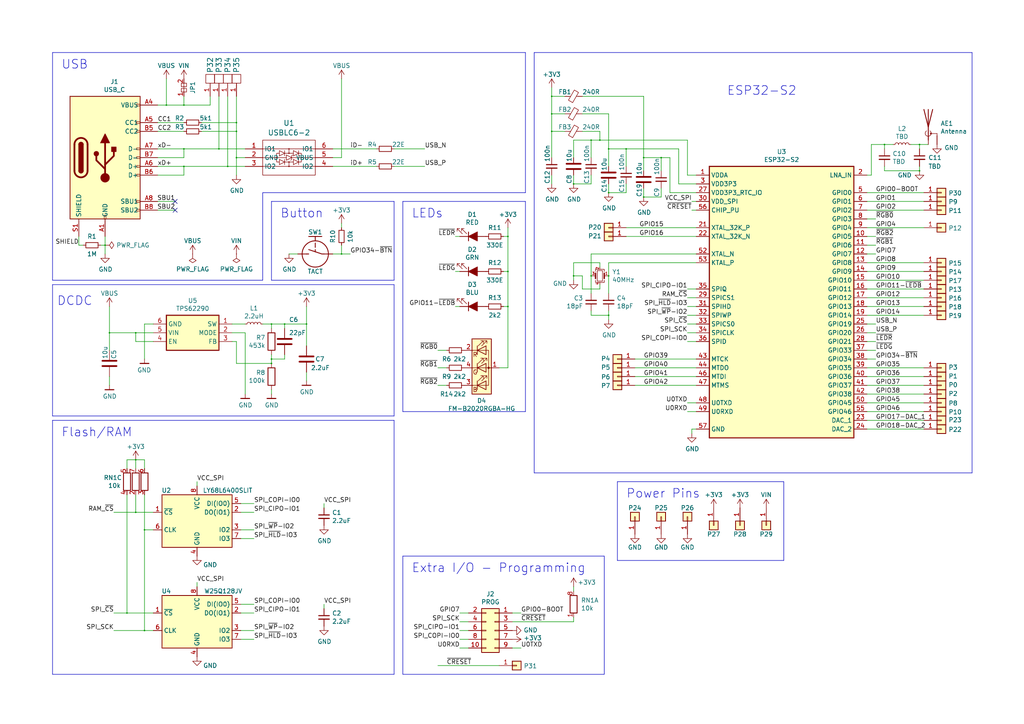
<source format=kicad_sch>
(kicad_sch (version 20230121) (generator eeschema)
  (paper "A4")
  (title_block (title "Obsidian Boa") (date "2020-10-31") (rev "r0.1") (company "GsD") (comment 1 "Inspired by 1BitSquared iceBitsy design") (comment 3 "© 2020 Greg Davill <greg.davill@gmail.com>") (comment 4 "License: CC BY-SA 4.0"))
  (junction (at 160.02 27.94) (diameter 0.3048))
  (junction (at 99.06 73.66) (diameter 0.3048))
  (junction (at 53.34 30.48) (diameter 0.3048))
  (junction (at 36.83 177.8) (diameter 0.3048))
  (junction (at 186.69 57.15) (diameter 0.3048))
  (junction (at 48.26 30.48) (diameter 0.3048))
  (junction (at 176.53 43.18) (diameter 0.3048))
  (junction (at 53.34 48.26) (diameter 0.3048))
  (junction (at 147.32 68.58) (diameter 0.3048))
  (junction (at 30.48 71.12) (diameter 0.3048))
  (junction (at 78.74 104.14) (diameter 0.3048))
  (junction (at 39.37 148.59) (diameter 0.3048))
  (junction (at 176.53 91.44) (diameter 0.3048))
  (junction (at 147.32 78.74) (diameter 0.3048))
  (junction (at 66.04 48.26) (diameter 0.3048))
  (junction (at 266.7 49.53) (diameter 0.3048))
  (junction (at 68.58 38.1) (diameter 0.3048))
  (junction (at 41.91 182.88) (diameter 0.3048))
  (junction (at 31.75 96.52) (diameter 0.3048))
  (junction (at 186.69 45.72) (diameter 0.3048))
  (junction (at 176.53 80.01) (diameter 0.3048))
  (junction (at 171.45 80.01) (diameter 0.3048))
  (junction (at 78.74 105.41) (diameter 0.3048))
  (junction (at 88.9 93.98) (diameter 0.3048))
  (junction (at 181.61 43.18) (diameter 0.3048))
  (junction (at 147.32 88.9) (diameter 0.3048))
  (junction (at 266.7 41.91) (diameter 0.3048))
  (junction (at 53.34 43.18) (diameter 0.3048))
  (junction (at 176.53 55.88) (diameter 0.3048))
  (junction (at 82.55 93.98) (diameter 0.3048))
  (junction (at 68.58 45.72) (diameter 0.3048))
  (junction (at 160.02 38.1) (diameter 0.3048))
  (junction (at 171.45 40.64) (diameter 0.3048))
  (junction (at 78.74 93.98) (diameter 0.3048))
  (junction (at 41.91 153.67) (diameter 0.3048))
  (junction (at 256.54 41.91) (diameter 0.3048))
  (junction (at 173.99 40.64) (diameter 0.3048))
  (junction (at 39.37 96.52) (diameter 0.3048))
  (junction (at 166.37 53.34) (diameter 0.3048))
  (junction (at 166.37 80.01) (diameter 0.3048))
  (junction (at 160.02 33.02) (diameter 0.3048))
  (junction (at 39.37 133.35) (diameter 0.3048))
  (junction (at 63.5 43.18) (diameter 0.3048))
  (junction (at 191.77 45.72) (diameter 0.3048))
  (junction (at 68.58 35.56) (diameter 0.3048))
  (no_connect (at 50.8 60.96))
  (no_connect (at 50.8 58.42))
  (wire (pts (xy 168.91 38.1) (xy 173.99 38.1)))
  (wire (pts (xy 76.2 93.98) (xy 78.74 93.98)))
  (wire (pts (xy 251.46 60.96) (xy 267.97 60.96)))
  (wire (pts (xy 96.52 48.26) (xy 109.22 48.26)))
  (wire (pts (xy 71.12 96.52) (xy 71.12 114.3)))
  (wire (pts (xy 41.91 182.88) (xy 44.45 182.88)))
  (wire (pts (xy 251.46 76.2) (xy 267.97 76.2)))
  (wire (pts (xy 88.9 107.95) (xy 88.9 110.49)))
  (wire (pts (xy 67.31 96.52) (xy 71.12 96.52)))
  (wire (pts (xy 45.72 43.18) (xy 53.34 43.18)))
  (wire (pts (xy 135.89 177.8) (xy 133.35 177.8)))
  (wire (pts (xy 194.31 55.88) (xy 194.31 45.72)))
  (wire (pts (xy 99.06 73.66) (xy 101.6 73.66)))
  (wire (pts (xy 251.46 93.98) (xy 254 93.98)))
  (wire (pts (xy 133.35 68.58) (xy 132.08 68.58)))
  (wire (pts (xy 251.46 121.92) (xy 267.97 121.92)))
  (wire (pts (xy 133.35 187.96) (xy 135.89 187.96)))
  (wire (pts (xy 31.75 109.22) (xy 31.75 111.76)))
  (wire (pts (xy 254 71.12) (xy 251.46 71.12)))
  (wire (pts (xy 264.16 41.91) (xy 266.7 41.91)))
  (wire (pts (xy 41.91 93.98) (xy 44.45 93.98)))
  (wire (pts (xy 200.66 60.96) (xy 201.93 60.96)))
  (wire (pts (xy 181.61 66.04) (xy 201.93 66.04)))
  (wire (pts (xy 199.39 40.64) (xy 173.99 40.64)))
  (wire (pts (xy 88.9 93.98) (xy 88.9 100.33)))
  (wire (pts (xy 44.45 153.67) (xy 41.91 153.67)))
  (wire (pts (xy 201.93 50.8) (xy 199.39 50.8)))
  (wire (pts (xy 33.02 177.8) (xy 36.83 177.8)))
  (wire (pts (xy 45.72 60.96) (xy 50.8 60.96)))
  (wire (pts (xy 251.46 109.22) (xy 267.97 109.22)))
  (wire (pts (xy 41.91 153.67) (xy 41.91 182.88)))
  (wire (pts (xy 266.7 41.91) (xy 269.24 41.91)))
  (wire (pts (xy 254 73.66) (xy 251.46 73.66)))
  (wire (pts (xy 93.98 146.05) (xy 93.98 147.32)))
  (wire (pts (xy 146.05 78.74) (xy 147.32 78.74)))
  (wire (pts (xy 69.85 182.88) (xy 73.66 182.88)))
  (wire (pts (xy 181.61 53.34) (xy 181.61 55.88)))
  (polyline (pts (xy 114.3 120.65) (xy 15.24 120.65)) (stroke (width 0) (type solid)))
  (wire (pts (xy 60.96 27.94) (xy 60.96 30.48)))
  (wire (pts (xy 96.52 43.18) (xy 109.22 43.18)))
  (polyline (pts (xy 154.94 15.24) (xy 281.94 15.24)) (stroke (width 0) (type solid)))
  (wire (pts (xy 82.55 93.98) (xy 82.55 95.25)))
  (polyline (pts (xy 175.26 195.58) (xy 175.26 161.29)) (stroke (width 0) (type solid)))
  (wire (pts (xy 201.93 111.76) (xy 184.15 111.76)))
  (wire (pts (xy 135.89 180.34) (xy 133.35 180.34)))
  (wire (pts (xy 39.37 133.35) (xy 39.37 135.89)))
  (wire (pts (xy 96.52 45.72) (xy 99.06 45.72)))
  (wire (pts (xy 30.48 71.12) (xy 30.48 68.58)))
  (wire (pts (xy 160.02 33.02) (xy 163.83 33.02)))
  (wire (pts (xy 171.45 91.44) (xy 176.53 91.44)))
  (wire (pts (xy 251.46 114.3) (xy 267.97 114.3)))
  (wire (pts (xy 82.55 93.98) (xy 88.9 93.98)))
  (wire (pts (xy 63.5 27.94) (xy 63.5 43.18)))
  (wire (pts (xy 201.93 88.9) (xy 199.39 88.9)))
  (wire (pts (xy 148.59 180.34) (xy 166.37 180.34)))
  (wire (pts (xy 171.45 50.8) (xy 171.45 53.34)))
  (wire (pts (xy 201.93 83.82) (xy 199.39 83.82)))
  (wire (pts (xy 201.93 119.38) (xy 199.39 119.38)))
  (wire (pts (xy 146.05 88.9) (xy 147.32 88.9)))
  (wire (pts (xy 71.12 45.72) (xy 68.58 45.72)))
  (wire (pts (xy 99.06 73.66) (xy 99.06 71.12)))
  (wire (pts (xy 160.02 27.94) (xy 163.83 27.94)))
  (wire (pts (xy 68.58 38.1) (xy 68.58 45.72)))
  (wire (pts (xy 41.91 93.98) (xy 41.91 104.14)))
  (wire (pts (xy 78.74 113.03) (xy 78.74 114.3)))
  (wire (pts (xy 58.42 38.1) (xy 68.58 38.1)))
  (wire (pts (xy 201.93 96.52) (xy 199.39 96.52)))
  (wire (pts (xy 251.46 106.68) (xy 267.97 106.68)))
  (wire (pts (xy 22.86 71.12) (xy 24.13 71.12)))
  (polyline (pts (xy 76.2 81.28) (xy 15.24 81.28)) (stroke (width 0) (type solid)))
  (wire (pts (xy 200.66 125.73) (xy 200.66 124.46)))
  (wire (pts (xy 86.36 73.66) (xy 83.82 73.66)))
  (wire (pts (xy 69.85 177.8) (xy 73.66 177.8)))
  (wire (pts (xy 181.61 43.18) (xy 181.61 48.26)))
  (wire (pts (xy 45.72 48.26) (xy 53.34 48.26)))
  (wire (pts (xy 127 111.76) (xy 129.54 111.76)))
  (wire (pts (xy 39.37 99.06) (xy 39.37 96.52)))
  (wire (pts (xy 194.31 45.72) (xy 191.77 45.72)))
  (wire (pts (xy 69.85 156.21) (xy 73.66 156.21)))
  (wire (pts (xy 147.32 106.68) (xy 147.32 88.9)))
  (wire (pts (xy 82.55 102.87) (xy 82.55 104.14)))
  (wire (pts (xy 99.06 64.77) (xy 99.06 66.04)))
  (wire (pts (xy 251.46 88.9) (xy 267.97 88.9)))
  (wire (pts (xy 251.46 116.84) (xy 267.97 116.84)))
  (wire (pts (xy 251.46 66.04) (xy 267.97 66.04)))
  (wire (pts (xy 127 193.04) (xy 144.78 193.04)))
  (polyline (pts (xy 154.94 137.16) (xy 154.94 15.24)) (stroke (width 0) (type solid)))
  (wire (pts (xy 48.26 30.48) (xy 48.26 22.86)))
  (wire (pts (xy 251.46 99.06) (xy 254 99.06)))
  (wire (pts (xy 93.98 175.26) (xy 93.98 176.53)))
  (wire (pts (xy 39.37 133.35) (xy 41.91 133.35)))
  (wire (pts (xy 186.69 49.53) (xy 186.69 45.72)))
  (polyline (pts (xy 175.26 161.29) (xy 116.84 161.29)) (stroke (width 0) (type solid)))
  (wire (pts (xy 57.15 139.7) (xy 57.15 140.97)))
  (wire (pts (xy 53.34 43.18) (xy 63.5 43.18)))
  (polyline (pts (xy 15.24 81.28) (xy 15.24 15.24)) (stroke (width 0) (type solid)))
  (wire (pts (xy 160.02 33.02) (xy 160.02 38.1)))
  (wire (pts (xy 29.21 71.12) (xy 30.48 71.12)))
  (polyline (pts (xy 179.07 139.7) (xy 227.33 139.7)) (stroke (width 0) (type solid)))
  (wire (pts (xy 53.34 50.8) (xy 53.34 48.26)))
  (wire (pts (xy 168.91 27.94) (xy 186.69 27.94)))
  (wire (pts (xy 251.46 111.76) (xy 267.97 111.76)))
  (polyline (pts (xy 152.4 119.38) (xy 116.84 119.38)) (stroke (width 0) (type solid)))
  (wire (pts (xy 251.46 104.14) (xy 254 104.14)))
  (wire (pts (xy 171.45 85.09) (xy 171.45 80.01)))
  (polyline (pts (xy 15.24 121.92) (xy 114.3 121.92)) (stroke (width 0) (type solid)))
  (wire (pts (xy 196.85 53.34) (xy 201.93 53.34)))
  (polyline (pts (xy 175.26 195.58) (xy 116.84 195.58)) (stroke (width 0) (type solid)))
  (wire (pts (xy 251.46 55.88) (xy 267.97 55.88)))
  (wire (pts (xy 39.37 96.52) (xy 44.45 96.52)))
  (polyline (pts (xy 15.24 195.58) (xy 15.24 121.92)) (stroke (width 0) (type solid)))
  (wire (pts (xy 63.5 43.18) (xy 71.12 43.18)))
  (wire (pts (xy 69.85 153.67) (xy 73.66 153.67)))
  (wire (pts (xy 45.72 45.72) (xy 53.34 45.72)))
  (wire (pts (xy 173.99 76.2) (xy 173.99 77.47)))
  (wire (pts (xy 256.54 49.53) (xy 266.7 49.53)))
  (wire (pts (xy 252.73 41.91) (xy 256.54 41.91)))
  (wire (pts (xy 168.91 80.01) (xy 166.37 80.01)))
  (wire (pts (xy 251.46 83.82) (xy 267.97 83.82)))
  (wire (pts (xy 266.7 48.26) (xy 266.7 49.53)))
  (wire (pts (xy 53.34 45.72) (xy 53.34 43.18)))
  (polyline (pts (xy 281.94 15.24) (xy 281.94 137.16)) (stroke (width 0) (type solid)))
  (wire (pts (xy 78.74 93.98) (xy 82.55 93.98)))
  (wire (pts (xy 173.99 38.1) (xy 173.99 40.64)))
  (wire (pts (xy 68.58 105.41) (xy 68.58 99.06)))
  (wire (pts (xy 173.99 82.55) (xy 173.99 83.82)))
  (wire (pts (xy 166.37 170.18) (xy 166.37 171.45)))
  (wire (pts (xy 176.53 76.2) (xy 176.53 80.01)))
  (wire (pts (xy 251.46 58.42) (xy 267.97 58.42)))
  (polyline (pts (xy 114.3 81.28) (xy 78.74 81.28)) (stroke (width 0) (type solid)))
  (wire (pts (xy 69.85 175.26) (xy 73.66 175.26)))
  (wire (pts (xy 78.74 104.14) (xy 82.55 104.14)))
  (wire (pts (xy 251.46 81.28) (xy 267.97 81.28)))
  (wire (pts (xy 148.59 187.96) (xy 151.13 187.96)))
  (wire (pts (xy 114.3 48.26) (xy 123.19 48.26)))
  (wire (pts (xy 176.53 53.34) (xy 176.53 55.88)))
  (polyline (pts (xy 116.84 58.42) (xy 116.84 119.38)) (stroke (width 0) (type solid)))
  (wire (pts (xy 60.96 30.48) (xy 53.34 30.48)))
  (wire (pts (xy 31.75 101.6) (xy 31.75 96.52)))
  (wire (pts (xy 256.54 48.26) (xy 256.54 49.53)))
  (wire (pts (xy 251.46 78.74) (xy 267.97 78.74)))
  (wire (pts (xy 96.52 73.66) (xy 99.06 73.66)))
  (wire (pts (xy 66.04 48.26) (xy 71.12 48.26)))
  (wire (pts (xy 147.32 88.9) (xy 147.32 78.74)))
  (wire (pts (xy 69.85 146.05) (xy 73.66 146.05)))
  (wire (pts (xy 171.45 80.01) (xy 171.45 73.66)))
  (wire (pts (xy 31.75 96.52) (xy 39.37 96.52)))
  (wire (pts (xy 127 106.68) (xy 129.54 106.68)))
  (wire (pts (xy 36.83 143.51) (xy 36.83 177.8)))
  (wire (pts (xy 176.53 48.26) (xy 176.53 43.18)))
  (wire (pts (xy 201.93 86.36) (xy 199.39 86.36)))
  (wire (pts (xy 176.53 91.44) (xy 176.53 90.17)))
  (wire (pts (xy 68.58 35.56) (xy 68.58 38.1)))
  (wire (pts (xy 68.58 45.72) (xy 68.58 50.8)))
  (wire (pts (xy 166.37 80.01) (xy 166.37 76.2)))
  (wire (pts (xy 171.45 40.64) (xy 173.99 40.64)))
  (wire (pts (xy 127 101.6) (xy 129.54 101.6)))
  (polyline (pts (xy 152.4 15.24) (xy 152.4 55.88)) (stroke (width 0) (type solid)))
  (wire (pts (xy 39.37 143.51) (xy 39.37 148.59)))
  (polyline (pts (xy 152.4 55.88) (xy 76.2 55.88)) (stroke (width 0) (type solid)))
  (wire (pts (xy 45.72 58.42) (xy 50.8 58.42)))
  (wire (pts (xy 67.31 93.98) (xy 71.12 93.98)))
  (polyline (pts (xy 114.3 82.55) (xy 15.24 82.55)) (stroke (width 0) (type solid)))
  (wire (pts (xy 166.37 81.28) (xy 166.37 80.01)))
  (wire (pts (xy 58.42 35.56) (xy 68.58 35.56)))
  (wire (pts (xy 160.02 25.4) (xy 160.02 27.94)))
  (wire (pts (xy 45.72 30.48) (xy 48.26 30.48)))
  (wire (pts (xy 30.48 71.12) (xy 30.48 73.66)))
  (wire (pts (xy 39.37 148.59) (xy 44.45 148.59)))
  (wire (pts (xy 166.37 40.64) (xy 171.45 40.64)))
  (wire (pts (xy 132.08 88.9) (xy 133.35 88.9)))
  (wire (pts (xy 146.05 68.58) (xy 147.32 68.58)))
  (wire (pts (xy 251.46 101.6) (xy 254 101.6)))
  (wire (pts (xy 199.39 50.8) (xy 199.39 40.64)))
  (wire (pts (xy 171.45 40.64) (xy 171.45 45.72)))
  (wire (pts (xy 166.37 50.8) (xy 166.37 53.34)))
  (wire (pts (xy 166.37 45.72) (xy 166.37 40.64)))
  (wire (pts (xy 256.54 41.91) (xy 259.08 41.91)))
  (wire (pts (xy 166.37 76.2) (xy 173.99 76.2)))
  (wire (pts (xy 78.74 93.98) (xy 78.74 95.25)))
  (wire (pts (xy 160.02 53.34) (xy 160.02 50.8)))
  (wire (pts (xy 22.86 68.58) (xy 22.86 71.12)))
  (wire (pts (xy 251.46 50.8) (xy 252.73 50.8)))
  (wire (pts (xy 171.45 90.17) (xy 171.45 91.44)))
  (wire (pts (xy 176.53 76.2) (xy 201.93 76.2)))
  (wire (pts (xy 171.45 73.66) (xy 201.93 73.66)))
  (wire (pts (xy 36.83 177.8) (xy 44.45 177.8)))
  (wire (pts (xy 45.72 38.1) (xy 53.34 38.1)))
  (wire (pts (xy 31.75 88.9) (xy 31.75 96.52)))
  (wire (pts (xy 201.93 93.98) (xy 199.39 93.98)))
  (wire (pts (xy 41.91 143.51) (xy 41.91 153.67)))
  (wire (pts (xy 33.02 182.88) (xy 41.91 182.88)))
  (wire (pts (xy 196.85 43.18) (xy 181.61 43.18)))
  (wire (pts (xy 144.78 106.68) (xy 147.32 106.68)))
  (wire (pts (xy 251.46 119.38) (xy 267.97 119.38)))
  (wire (pts (xy 166.37 180.34) (xy 166.37 179.07)))
  (wire (pts (xy 251.46 91.44) (xy 267.97 91.44)))
  (wire (pts (xy 36.83 133.35) (xy 36.83 135.89)))
  (wire (pts (xy 48.26 30.48) (xy 53.34 30.48)))
  (wire (pts (xy 133.35 78.74) (xy 132.08 78.74)))
  (wire (pts (xy 39.37 133.35) (xy 36.83 133.35)))
  (wire (pts (xy 252.73 50.8) (xy 252.73 41.91)))
  (wire (pts (xy 57.15 168.91) (xy 57.15 170.18)))
  (wire (pts (xy 254 68.58) (xy 251.46 68.58)))
  (wire (pts (xy 45.72 35.56) (xy 53.34 35.56)))
  (wire (pts (xy 176.53 43.18) (xy 181.61 43.18)))
  (wire (pts (xy 266.7 41.91) (xy 266.7 43.18)))
  (polyline (pts (xy 114.3 81.28) (xy 114.3 58.42)) (stroke (width 0) (type solid)))
  (wire (pts (xy 186.69 57.15) (xy 191.77 57.15)))
  (wire (pts (xy 191.77 45.72) (xy 191.77 49.53)))
  (wire (pts (xy 160.02 38.1) (xy 163.83 38.1)))
  (wire (pts (xy 201.93 91.44) (xy 199.39 91.44)))
  (wire (pts (xy 176.53 55.88) (xy 181.61 55.88)))
  (wire (pts (xy 176.53 91.44) (xy 176.53 92.71)))
  (wire (pts (xy 69.85 148.59) (xy 73.66 148.59)))
  (wire (pts (xy 201.93 55.88) (xy 194.31 55.88)))
  (wire (pts (xy 45.72 50.8) (xy 53.34 50.8)))
  (wire (pts (xy 173.99 83.82) (xy 168.91 83.82)))
  (wire (pts (xy 168.91 33.02) (xy 176.53 33.02)))
  (polyline (pts (xy 152.4 58.42) (xy 116.84 58.42)) (stroke (width 0) (type solid)))
  (wire (pts (xy 53.34 27.94) (xy 53.34 30.48)))
  (wire (pts (xy 69.85 185.42) (xy 73.66 185.42)))
  (polyline (pts (xy 152.4 58.42) (xy 152.4 119.38)) (stroke (width 0) (type solid)))
  (wire (pts (xy 181.61 68.58) (xy 201.93 68.58)))
  (wire (pts (xy 44.45 99.06) (xy 39.37 99.06)))
  (wire (pts (xy 251.46 96.52) (xy 254 96.52)))
  (wire (pts (xy 133.35 182.88) (xy 135.89 182.88)))
  (wire (pts (xy 160.02 38.1) (xy 160.02 45.72)))
  (wire (pts (xy 33.02 148.59) (xy 39.37 148.59)))
  (wire (pts (xy 114.3 43.18) (xy 123.19 43.18)))
  (polyline (pts (xy 76.2 55.88) (xy 76.2 81.28)) (stroke (width 0) (type solid)))
  (wire (pts (xy 201.93 99.06) (xy 199.39 99.06)))
  (wire (pts (xy 160.02 27.94) (xy 160.02 33.02)))
  (polyline (pts (xy 15.24 15.24) (xy 152.4 15.24)) (stroke (width 0) (type solid)))
  (polyline (pts (xy 227.33 162.56) (xy 179.07 162.56)) (stroke (width 0) (type solid)))
  (wire (pts (xy 68.58 27.94) (xy 68.58 35.56)))
  (wire (pts (xy 41.91 133.35) (xy 41.91 135.89)))
  (polyline (pts (xy 116.84 195.58) (xy 116.84 161.29)) (stroke (width 0) (type solid)))
  (polyline (pts (xy 78.74 81.28) (xy 78.74 58.42)) (stroke (width 0) (type solid)))
  (wire (pts (xy 200.66 124.46) (xy 201.93 124.46)))
  (wire (pts (xy 78.74 104.14) (xy 78.74 105.41)))
  (polyline (pts (xy 114.3 195.58) (xy 15.24 195.58)) (stroke (width 0) (type solid)))
  (wire (pts (xy 53.34 48.26) (xy 66.04 48.26)))
  (wire (pts (xy 186.69 54.61) (xy 186.69 57.15)))
  (wire (pts (xy 99.06 45.72) (xy 99.06 22.86)))
  (wire (pts (xy 148.59 177.8) (xy 151.13 177.8)))
  (polyline (pts (xy 227.33 139.7) (xy 227.33 162.56)) (stroke (width 0) (type solid)))
  (polyline (pts (xy 114.3 58.42) (xy 78.74 58.42)) (stroke (width 0) (type solid)))
  (wire (pts (xy 196.85 53.34) (xy 196.85 43.18)))
  (wire (pts (xy 176.53 33.02) (xy 176.53 43.18)))
  (wire (pts (xy 168.91 83.82) (xy 168.91 80.01)))
  (wire (pts (xy 147.32 78.74) (xy 147.32 68.58)))
  (polyline (pts (xy 15.24 82.55) (xy 15.24 120.65)) (stroke (width 0) (type solid)))
  (wire (pts (xy 201.93 104.14) (xy 184.15 104.14)))
  (polyline (pts (xy 114.3 82.55) (xy 114.3 120.65)) (stroke (width 0) (type solid)))
  (polyline (pts (xy 281.94 137.16) (xy 154.94 137.16)) (stroke (width 0) (type solid)))
  (wire (pts (xy 251.46 124.46) (xy 267.97 124.46)))
  (polyline (pts (xy 179.07 162.56) (xy 179.07 139.7)) (stroke (width 0) (type solid)))
  (wire (pts (xy 176.53 85.09) (xy 176.53 80.01)))
  (wire (pts (xy 78.74 105.41) (xy 68.58 105.41)))
  (wire (pts (xy 201.93 116.84) (xy 199.39 116.84)))
  (wire (pts (xy 254 63.5) (xy 251.46 63.5)))
  (wire (pts (xy 66.04 27.94) (xy 66.04 48.26)))
  (wire (pts (xy 166.37 53.34) (xy 171.45 53.34)))
  (wire (pts (xy 133.35 185.42) (xy 135.89 185.42)))
  (wire (pts (xy 147.32 68.58) (xy 147.32 66.04)))
  (wire (pts (xy 191.77 54.61) (xy 191.77 57.15)))
  (wire (pts (xy 88.9 88.9) (xy 88.9 93.98)))
  (wire (pts (xy 256.54 43.18) (xy 256.54 41.91)))
  (wire (pts (xy 201.93 109.22) (xy 184.15 109.22)))
  (polyline (pts (xy 114.3 121.92) (xy 114.3 195.58)) (stroke (width 0) (type solid)))
  (wire (pts (xy 251.46 86.36) (xy 267.97 86.36)))
  (wire (pts (xy 68.58 99.06) (xy 67.31 99.06)))
  (wire (pts (xy 186.69 45.72) (xy 191.77 45.72)))
  (wire (pts (xy 201.93 106.68) (xy 184.15 106.68)))
  (wire (pts (xy 186.69 27.94) (xy 186.69 45.72)))
  (wire (pts (xy 200.66 58.42) (xy 201.93 58.42)))
  (wire (pts (xy 78.74 102.87) (xy 78.74 104.14)))
  (text "Power Pins" (at 181.61 144.78 0) (effects (font (size 2.54 2.54)) (justify left bottom)))
  (text "ESP32-S2\n" (at 210.82 27.94 0) (effects (font (size 2.54 2.54)) (justify left bottom)))
  (text "DCDC" (at 16.51 88.9 0) (effects (font (size 2.54 2.54)) (justify left bottom)))
  (text "LEDs" (at 119.38 63.5 0) (effects (font (size 2.54 2.54)) (justify left bottom)))
  (text "USB" (at 17.78 20.32 0) (effects (font (size 2.54 2.54)) (justify left bottom)))
  (text "Flash/RAM" (at 17.78 127 0) (effects (font (size 2.54 2.54)) (justify left bottom)))
  (text "Button" (at 81.28 63.5 0) (effects (font (size 2.54 2.54)) (justify left bottom)))
  (text "Extra I/O - Programming" (at 119.38 166.37 0) (effects (font (size 2.54 2.54)) (justify left bottom)))
  (label "GPIO11-~{LEDB}" (at 132.08 88.9 180))
  (label "U0RXD" (at 199.39 119.38 180))
  (label "CC1" (at 45.72 35.56 0))
  (label "GPIO8" (at 254 76.2 0))
  (label "SPI_CIPO-IO1" (at 73.66 177.8 0))
  (label "GPIO15" (at 185.42 66.04 0))
  (label "USB_N" (at 123.19 43.18 0))
  (label "~{CRESET}" (at 129.54 193.04 0))
  (label "xD+" (at 45.72 48.26 0))
  (label "SHIELD" (at 22.86 71.12 180))
  (label "GPIO41" (at 186.69 109.22 0))
  (label "GPIO37" (at 254 111.76 0))
  (label "VCC_SPI" (at 200.66 58.42 180))
  (label "GPIO39" (at 186.69 104.14 0))
  (label "U0RXD" (at 133.35 187.96 180))
  (label "VCC_SPI" (at 93.98 175.26 0))
  (label "SPI_SCK" (at 199.39 96.52 180))
  (label "USB_P" (at 254 96.52 0))
  (label "USB_P" (at 123.19 48.26 0))
  (label "GPIO13" (at 254 88.9 0))
  (label "~{RGB0}" (at 127 101.6 180))
  (label "SPI_~{HLD}-IO3" (at 199.39 88.9 180))
  (label "GPIO12" (at 254 86.36 0))
  (label "~{CRESET}" (at 151.13 180.34 0))
  (label "GPIO10" (at 254 81.28 0))
  (label "~{LEDG}" (at 254 101.6 0))
  (label "~{LEDR}" (at 132.08 68.58 180))
  (label "SPI_COPI-IO0" (at 133.35 185.42 180))
  (label "U0TXD" (at 151.13 187.96 0))
  (label "GPIO2" (at 254 60.96 0))
  (label "SPI_COPI-IO0" (at 73.66 146.05 0))
  (label "SPI_SCK" (at 33.02 182.88 180))
  (label "SPI_~{WP}-IO2" (at 73.66 153.67 0))
  (label "USB_N" (at 254 93.98 0))
  (label "iD+" (at 101.6 48.26 0))
  (label "GPIO0-BOOT" (at 151.13 177.8 0))
  (label "GPIO34-~{BTN}" (at 254 104.14 0))
  (label "RAM_~{CS}" (at 199.39 86.36 180))
  (label "~{CRESET}" (at 200.66 60.96 180))
  (label "GPIO7" (at 254 73.66 0))
  (label "GPIO40" (at 186.69 106.68 0))
  (label "GPIO42" (at 186.69 111.76 0))
  (label "~{RGB1}" (at 127 106.68 180))
  (label "VCC_SPI" (at 57.15 168.91 0))
  (label "~{RGB1}" (at 254 71.12 0))
  (label "GPIO9" (at 254 78.74 0))
  (label "~{RGB2}" (at 127 111.76 180))
  (label "GPIO35" (at 254 106.68 0))
  (label "~{LEDG}" (at 132.08 78.74 180))
  (label "GPIO16" (at 185.42 68.58 0))
  (label "GPIO1" (at 254 58.42 0))
  (label "SBU2" (at 50.8 60.96 180))
  (label "SPI_CIPO-IO1" (at 133.35 182.88 180))
  (label "SPI_SCK" (at 133.35 180.34 180))
  (label "GPIO45" (at 254 116.84 0))
  (label "SPI_COPI-IO0" (at 199.39 99.06 180))
  (label "GPIO17-DAC_1" (at 254 121.92 0))
  (label "RAM_~{CS}" (at 33.02 148.59 180))
  (label "~{LEDR}" (at 254 99.06 0))
  (label "GPIO7" (at 133.35 177.8 180))
  (label "SPI_~{HLD}-IO3" (at 73.66 185.42 0))
  (label "GPIO34-~{BTN}" (at 101.6 73.66 0))
  (label "U0TXD" (at 199.39 116.84 180))
  (label "CC2" (at 45.72 38.1 0))
  (label "GPIO18-DAC_2" (at 254 124.46 0))
  (label "SPI_COPI-IO0" (at 73.66 175.26 0))
  (label "GPIO36" (at 254 109.22 0))
  (label "SPI_~{WP}-IO2" (at 199.39 91.44 180))
  (label "SPI_~{WP}-IO2" (at 73.66 182.88 0))
  (label "GPIO0-BOOT" (at 254 55.88 0))
  (label "GPIO11-~{LEDB}" (at 254 83.82 0))
  (label "iD-" (at 101.6 43.18 0))
  (label "xD-" (at 45.72 43.18 0))
  (label "GPIO46" (at 254 119.38 0))
  (label "SBU1" (at 50.8 58.42 180))
  (label "GPIO4" (at 254 66.04 0))
  (label "SPI_CIPO-IO1" (at 73.66 148.59 0))
  (label "GPIO38" (at 254 114.3 0))
  (label "GPIO14" (at 254 91.44 0))
  (label "SPI_CIPO-IO1" (at 199.39 83.82 180))
  (label "SPI_~{CS}" (at 33.02 177.8 180))
  (label "~{RGB2}" (at 254 68.58 0))
  (label "SPI_~{CS}" (at 199.39 93.98 180))
  (label "SPI_~{HLD}-IO3" (at 73.66 156.21 0))
  (label "~{RGB0}" (at 254 63.5 0))
  (label "VCC_SPI" (at 57.15 139.7 0))
  (label "VCC_SPI" (at 93.98 146.05 0))
  (symbol (lib_id "icebreaker-bitsy-rescue:pkl_R_Small-pkl_device") (at 26.67 71.12 270) (unit 1)
    (property "Reference" "R1" (at 26.67 68.58 90))
    (property "Value" "1M" (at 26.67 73.66 90))
    (property "Footprint" "Resistor_SMD:R_0402_1005Metric" (effects hide))
    (property "Mfg" "Yageo" (effects hide))
    (property "PN" "RC0402FR-071ML" (effects hide))
  )
  (symbol (lib_id "power:GND") (at 30.48 73.66 0) (unit 1)
    (property "Reference" "#PWR06" (effects hide))
    (property "Value" "GND" (at 30.607 78.1304 0))
  )
  (symbol (lib_id "icebreaker-bitsy-rescue:pkl_C_Small-pkl_device") (at 191.77 52.07 0) (mirror y) (unit 1)
    (property "Reference" "C9" (at 190.5 57.15 90) (effects (justify left)))
    (property "Value" "100n" (at 190.5 50.8 90) (effects (justify left)))
    (property "Footprint" "Capacitor_SMD:C_0402_1005Metric" (effects hide))
    (property "Mfg" "Yageo" (effects hide))
    (property "PN" "CC0402ZRY5V7BB104" (effects hide))
  )
  (symbol (lib_id "icebreaker-bitsy-rescue:pkl_C-pkl_device") (at 186.69 52.07 0) (mirror y) (unit 1)
    (property "Reference" "C19" (at 185.42 57.15 90) (effects (justify left)))
    (property "Value" "10u" (at 185.42 50.8 90) (effects (justify left)))
    (property "Footprint" "Capacitor_SMD:C_0603_1608Metric" (effects hide))
    (property "Mfg" "Yageo" (effects hide))
    (property "PN" "CC0603KRX5R5BB106" (effects hide))
  )
  (symbol (lib_id "power:GND") (at 186.69 57.15 0) (unit 1)
    (property "Reference" "#PWR036" (effects hide))
    (property "Value" "GND" (at 186.817 61.6204 0))
  )
  (symbol (lib_id "icebreaker-bitsy-rescue:pkl_R_Small-pkl_device") (at 111.76 43.18 270) (unit 1)
    (property "Reference" "R4" (at 107.95 41.91 90))
    (property "Value" "22E" (at 115.57 41.91 90))
    (property "Footprint" "Resistor_SMD:R_0402_1005Metric" (effects hide))
    (property "Mfg" "Yageo" (effects hide))
    (property "PN" "RC0402FR-0722RL" (effects hide))
  )
  (symbol (lib_id "icebreaker-bitsy-rescue:pkl_R_Small-pkl_device") (at 111.76 48.26 270) (unit 1)
    (property "Reference" "R5" (at 107.95 46.99 90))
    (property "Value" "22E" (at 115.57 46.99 90))
    (property "Footprint" "Resistor_SMD:R_0402_1005Metric" (effects hide))
    (property "Mfg" "Yageo" (effects hide))
    (property "PN" "RC0402FR-0722RL" (effects hide))
  )
  (symbol (lib_id "Connector_Generic:Conn_01x01") (at 273.05 55.88 0) (unit 1)
    (property "Reference" "P30" (at 275.082 56.007 0) (effects (justify left)))
    (property "Value" "CDONE" (effects hide))
    (property "Footprint" "pkl_pin_headers:Pin_Header_Straight_Round_1x01_Castellated" (effects hide))
    (property "Source" "ANY" (effects hide))
  )
  (symbol (lib_id "Connector_Generic:Conn_01x01") (at 149.86 193.04 0) (unit 1)
    (property "Reference" "P31" (at 151.892 193.167 0) (effects (justify left)))
    (property "Value" "CRESET" (effects hide))
    (property "Footprint" "pkl_pin_headers:Pin_Header_Straight_Round_1x01_Castellated" (effects hide))
    (property "Source" "ANY" (effects hide))
  )
  (symbol (lib_id "Connector_Generic:Conn_01x01") (at 273.05 111.76 0) (mirror x) (unit 1)
    (property "Reference" "P0" (at 275.082 111.633 0) (effects (justify left)))
    (property "Value" "0" (effects hide))
    (property "Footprint" "pkl_pin_headers:Pin_Header_Straight_Round_1x01_Castellated" (effects hide))
    (property "Source" "ANY" (effects hide))
  )
  (symbol (lib_id "Connector_Generic:Conn_01x01") (at 273.05 114.3 0) (mirror x) (unit 1)
    (property "Reference" "P2" (at 275.082 114.173 0) (effects (justify left)))
    (property "Value" "2" (effects hide))
    (property "Footprint" "pkl_pin_headers:Pin_Header_Straight_Round_1x01_Castellated" (effects hide))
    (property "Source" "ANY" (effects hide))
  )
  (symbol (lib_id "Connector_Generic:Conn_01x01") (at 273.05 109.22 0) (mirror x) (unit 1)
    (property "Reference" "P1" (at 275.082 109.093 0) (effects (justify left)))
    (property "Value" "1" (effects hide))
    (property "Footprint" "pkl_pin_headers:Pin_Header_Straight_Round_1x01_Castellated" (effects hide))
    (property "Source" "ANY" (effects hide))
  )
  (symbol (lib_id "Connector_Generic:Conn_01x01") (at 179.07 104.14 180) (unit 1)
    (property "Reference" "P4" (at 177.038 104.013 0) (effects (justify left)))
    (property "Value" "4" (effects hide))
    (property "Footprint" "pkl_pin_headers:Pin_Header_Straight_Round_1x01_Castellated" (effects hide))
    (property "Source" "ANY" (effects hide))
  )
  (symbol (lib_id "Connector_Generic:Conn_01x01") (at 273.05 106.68 0) (mirror x) (unit 1)
    (property "Reference" "P3" (at 275.082 106.553 0) (effects (justify left)))
    (property "Value" "3" (effects hide))
    (property "Footprint" "pkl_pin_headers:Pin_Header_Straight_Round_1x01_Castellated" (effects hide))
    (property "Source" "ANY" (effects hide))
  )
  (symbol (lib_id "Connector_Generic:Conn_01x01") (at 179.07 106.68 180) (unit 1)
    (property "Reference" "P5" (at 177.038 106.553 0) (effects (justify left)))
    (property "Value" "5" (effects hide))
    (property "Footprint" "pkl_pin_headers:Pin_Header_Straight_Round_1x01_Castellated" (effects hide))
    (property "Source" "ANY" (effects hide))
  )
  (symbol (lib_id "Connector_Generic:Conn_01x01") (at 179.07 111.76 0) (mirror y) (unit 1)
    (property "Reference" "P7" (at 177.038 111.887 0) (effects (justify left)))
    (property "Value" "7" (effects hide))
    (property "Footprint" "pkl_pin_headers:Pin_Header_Straight_Round_1x01_Castellated" (effects hide))
    (property "Source" "ANY" (effects hide))
  )
  (symbol (lib_id "Connector_Generic:Conn_01x01") (at 179.07 109.22 0) (mirror y) (unit 1)
    (property "Reference" "P6" (at 177.038 109.347 0) (effects (justify left)))
    (property "Value" "6" (effects hide))
    (property "Footprint" "pkl_pin_headers:Pin_Header_Straight_Round_1x01_Castellated" (effects hide))
    (property "Source" "ANY" (effects hide))
  )
  (symbol (lib_id "Connector_Generic:Conn_01x01") (at 273.05 86.36 0) (unit 1)
    (property "Reference" "P16" (at 275.082 86.487 0) (effects (justify left)))
    (property "Value" "16" (effects hide))
    (property "Footprint" "pkl_pin_headers:Pin_Header_Straight_Round_1x01_Castellated" (effects hide))
    (property "Source" "ANY" (effects hide))
  )
  (symbol (lib_id "Connector_Generic:Conn_01x01") (at 273.05 76.2 0) (unit 1)
    (property "Reference" "P15" (at 275.082 76.327 0) (effects (justify left)))
    (property "Value" "15" (effects hide))
    (property "Footprint" "pkl_pin_headers:Pin_Header_Straight_Round_1x01_Castellated" (effects hide))
    (property "Source" "ANY" (effects hide))
  )
  (symbol (lib_id "Connector_Generic:Conn_01x01") (at 273.05 88.9 0) (unit 1)
    (property "Reference" "P18" (at 275.082 89.027 0) (effects (justify left)))
    (property "Value" "18" (effects hide))
    (property "Footprint" "pkl_pin_headers:Pin_Header_Straight_Round_1x01_Castellated" (effects hide))
    (property "Source" "ANY" (effects hide))
  )
  (symbol (lib_id "Connector_Generic:Conn_01x01") (at 273.05 81.28 0) (unit 1)
    (property "Reference" "P17" (at 275.082 81.407 0) (effects (justify left)))
    (property "Value" "17" (effects hide))
    (property "Footprint" "pkl_pin_headers:Pin_Header_Straight_Round_1x01_Castellated" (effects hide))
    (property "Source" "ANY" (effects hide))
  )
  (symbol (lib_id "Connector_Generic:Conn_01x01") (at 273.05 91.44 0) (unit 1)
    (property "Reference" "P19" (at 275.082 91.567 0) (effects (justify left)))
    (property "Value" "19" (effects hide))
    (property "Footprint" "pkl_pin_headers:Pin_Header_Straight_Round_1x01_Castellated" (effects hide))
    (property "Source" "ANY" (effects hide))
  )
  (symbol (lib_id "Connector_Generic:Conn_01x01") (at 176.53 66.04 180) (unit 1)
    (property "Reference" "P20" (at 174.498 65.913 0) (effects (justify left)))
    (property "Value" "20" (effects hide))
    (property "Footprint" "pkl_pin_headers:Pin_Header_Straight_Round_1x01_Castellated" (effects hide))
    (property "Source" "ANY" (effects hide))
  )
  (symbol (lib_id "Connector_Generic:Conn_01x01") (at 176.53 68.58 180) (unit 1)
    (property "Reference" "P21" (at 174.498 68.453 0) (effects (justify left)))
    (property "Value" "21" (effects hide))
    (property "Footprint" "pkl_pin_headers:Pin_Header_Straight_Round_1x01_Castellated" (effects hide))
    (property "Source" "ANY" (effects hide))
  )
  (symbol (lib_id "Connector_Generic:Conn_01x01") (at 273.05 121.92 0) (mirror x) (unit 1)
    (property "Reference" "P23" (at 275.082 121.793 0) (effects (justify left)))
    (property "Value" "23" (effects hide))
    (property "Footprint" "pkl_pin_headers:Pin_Header_Straight_Round_1x01_Castellated" (effects hide))
    (property "Source" "ANY" (effects hide))
  )
  (symbol (lib_id "Connector_Generic:Conn_01x01") (at 273.05 124.46 0) (unit 1)
    (property "Reference" "P22" (at 275.082 124.587 0) (effects (justify left)))
    (property "Value" "22" (effects hide))
    (property "Footprint" "pkl_pin_headers:Pin_Header_Straight_Round_1x01_Castellated" (effects hide))
    (property "Source" "ANY" (effects hide))
  )
  (symbol (lib_id "Connector_Generic:Conn_01x01") (at 273.05 116.84 0) (unit 1)
    (property "Reference" "P8" (at 275.082 116.967 0) (effects (justify left)))
    (property "Value" "8" (effects hide))
    (property "Footprint" "pkl_pin_headers:Pin_Header_Straight_Round_1x01_Castellated" (effects hide))
    (property "Source" "ANY" (effects hide))
  )
  (symbol (lib_id "Connector_Generic:Conn_01x01") (at 273.05 58.42 0) (unit 1)
    (property "Reference" "P9" (at 275.082 58.547 0) (effects (justify left)))
    (property "Value" "9" (effects hide))
    (property "Footprint" "pkl_pin_headers:Pin_Header_Straight_Round_1x01_Castellated" (effects hide))
    (property "Source" "ANY" (effects hide))
  )
  (symbol (lib_id "Connector_Generic:Conn_01x01") (at 273.05 78.74 0) (unit 1)
    (property "Reference" "P14" (at 275.082 78.867 0) (effects (justify left)))
    (property "Value" "14" (effects hide))
    (property "Footprint" "pkl_pin_headers:Pin_Header_Straight_Round_1x01_Castellated" (effects hide))
    (property "Source" "ANY" (effects hide))
  )
  (symbol (lib_id "Connector_Generic:Conn_01x01") (at 273.05 66.04 0) (unit 1)
    (property "Reference" "P12" (at 275.082 66.167 0) (effects (justify left)))
    (property "Value" "12" (effects hide))
    (property "Footprint" "pkl_pin_headers:Pin_Header_Straight_Round_1x01_Castellated" (effects hide))
    (property "Source" "ANY" (effects hide))
  )
  (symbol (lib_id "Connector_Generic:Conn_01x01") (at 273.05 60.96 0) (unit 1)
    (property "Reference" "P11" (at 275.082 61.087 0) (effects (justify left)))
    (property "Value" "11" (effects hide))
    (property "Footprint" "pkl_pin_headers:Pin_Header_Straight_Round_1x01_Castellated" (effects hide))
    (property "Source" "ANY" (effects hide))
  )
  (symbol (lib_id "Connector_Generic:Conn_01x01") (at 273.05 119.38 0) (unit 1)
    (property "Reference" "P10" (at 275.082 119.507 0) (effects (justify left)))
    (property "Value" "10" (effects hide))
    (property "Footprint" "pkl_pin_headers:Pin_Header_Straight_Round_1x01_Castellated" (effects hide))
    (property "Source" "ANY" (effects hide))
  )
  (symbol (lib_id "power:+3V3") (at 160.02 25.4 0) (unit 1)
    (property "Reference" "#PWR043" (effects hide))
    (property "Value" "+3V3" (at 160.02 21.59 0))
  )
  (symbol (lib_id "Connector_Generic:Conn_01x01") (at 207.01 152.4 270) (unit 1)
    (property "Reference" "P27" (at 207.01 154.94 90))
    (property "Value" "3V3" (effects hide))
    (property "Footprint" "pkl_pin_headers:Pin_Header_Straight_Round_1x01_Castellated" (effects hide))
    (property "Source" "ANY" (effects hide))
  )
  (symbol (lib_id "Connector_Generic:Conn_01x01") (at 214.63 152.4 270) (unit 1)
    (property "Reference" "P28" (at 214.63 154.94 90))
    (property "Value" "3V3" (effects hide))
    (property "Footprint" "pkl_pin_headers:Pin_Header_Straight_Round_1x01_Castellated" (effects hide))
    (property "Source" "ANY" (effects hide))
  )
  (symbol (lib_id "power:+3V3") (at 207.01 147.32 0) (unit 1)
    (property "Reference" "#PWR04" (effects hide))
    (property "Value" "+3V3" (at 207.01 143.51 0))
  )
  (symbol (lib_id "Connector_Generic:Conn_01x01") (at 222.25 152.4 270) (unit 1)
    (property "Reference" "P29" (at 222.25 154.94 90))
    (property "Value" "VIN" (effects hide))
    (property "Footprint" "pkl_pin_headers:Pin_Header_Straight_Round_1x01_Castellated" (effects hide))
    (property "Source" "ANY" (effects hide))
  )
  (symbol (lib_id "Connector_Generic:Conn_01x01") (at 184.15 149.86 90) (unit 1)
    (property "Reference" "P24" (at 184.15 147.32 90))
    (property "Value" "GND" (effects hide))
    (property "Footprint" "pkl_pin_headers:Pin_Header_Straight_Round_1x01_Castellated" (effects hide))
    (property "Source" "ANY" (effects hide))
  )
  (symbol (lib_id "Connector_Generic:Conn_01x01") (at 191.77 149.86 90) (unit 1)
    (property "Reference" "P25" (at 191.77 147.32 90))
    (property "Value" "GND" (effects hide))
    (property "Footprint" "pkl_pin_headers:Pin_Header_Straight_Round_1x01_Castellated" (effects hide))
    (property "Source" "ANY" (effects hide))
  )
  (symbol (lib_id "Connector_Generic:Conn_01x01") (at 199.39 149.86 90) (unit 1)
    (property "Reference" "P26" (at 199.39 147.32 90))
    (property "Value" "GND" (effects hide))
    (property "Footprint" "pkl_pin_headers:Pin_Header_Straight_Round_1x01_Castellated" (effects hide))
    (property "Source" "ANY" (effects hide))
  )
  (symbol (lib_id "power:GND") (at 184.15 154.94 0) (unit 1)
    (property "Reference" "#PWR07" (effects hide))
    (property "Value" "GND" (at 184.15 158.75 0))
  )
  (symbol (lib_id "icebreaker-bitsy-rescue:USBLC6-2-pkl_misc") (at 83.82 45.72 0) (unit 1)
    (property "Reference" "U1" (at 83.82 35.687 0) (effects (font (size 1.524 1.524))))
    (property "Value" "USBLC6-2" (at 83.82 38.481 0) (effects (font (size 1.524 1.524))))
    (property "Footprint" "pkl_housings_sot:SOT-666" (effects hide))
    (property "Mfg" "STMicroelectronics" (effects hide))
    (property "PN" "USBLC6-2P6" (effects hide))
  )
  (symbol (lib_id "icebreaker-bitsy-rescue:pkl_jumper_nc-pkl_misc") (at 53.34 25.4 90) (unit 1)
    (property "Reference" "JP1" (at 55.88 25.4 0))
    (property "Value" "Jumper" (effects hide))
    (property "Footprint" "Jumper:SolderJumper-2_P1.3mm_Bridged2Bar_RoundedPad1.0x1.5mm" (effects hide))
    (property "Source" "ANY" (effects hide))
  )
  (symbol (lib_id "Device:LED_ALT") (at 137.16 78.74 0) (mirror x) (unit 1)
    (property "Reference" "D2" (at 136.9695 72.3708 0))
    (property "Value" "GRN" (at 136.9695 74.6695 0))
    (property "Footprint" "obsidian-boa:LED_0603_1608Metric_Compact" (effects hide))
    (property "Mfg" "Lite-On Inc." (effects hide))
    (property "PN" "LTST-C191KGKT" (effects hide))
  )
  (symbol (lib_id "Device:LED_ALT") (at 137.16 68.58 0) (mirror x) (unit 1)
    (property "Reference" "D1" (at 136.9695 62.2108 0))
    (property "Value" "RED" (at 136.9695 64.5095 0))
    (property "Footprint" "obsidian-boa:LED_0603_1608Metric_Compact" (effects hide))
    (property "Mfg" "Lite-On Inc." (effects hide))
    (property "PN" "LTST-C191KRKT" (effects hide))
  )
  (symbol (lib_id "icebreaker-bitsy-rescue:pkl_R_Small-pkl_device") (at 143.51 78.74 90) (unit 1)
    (property "Reference" "R12" (at 143.51 76.2 90))
    (property "Value" "330E" (at 143.51 81.28 90))
    (property "Footprint" "Resistor_SMD:R_0402_1005Metric" (effects hide))
    (property "Mfg" "Yageo" (effects hide))
    (property "PN" "RC0402FR-07330RL" (effects hide))
  )
  (symbol (lib_id "icebreaker-bitsy-rescue:pkl_R_Small-pkl_device") (at 143.51 68.58 90) (unit 1)
    (property "Reference" "R11" (at 143.51 66.04 90))
    (property "Value" "330E" (at 143.51 71.12 90))
    (property "Footprint" "Resistor_SMD:R_0402_1005Metric" (effects hide))
    (property "Mfg" "Yageo" (effects hide))
    (property "PN" "RC0402FR-07330RL" (effects hide))
  )
  (symbol (lib_id "icebreaker-bitsy-rescue:TACT-pkl_misc") (at 91.44 73.66 0) (mirror y) (unit 1)
    (property "Reference" "SW1" (at 91.44 67.31 0))
    (property "Value" "TACT" (at 91.44 78.74 0))
    (property "Footprint" "pkl_buttons_switches:SW_SPST_3x4x2.5" (effects hide))
  )
  (symbol (lib_id "icebreaker-bitsy-rescue:pkl_R_Small-pkl_device") (at 99.06 68.58 180) (unit 1)
    (property "Reference" "R10" (at 96.52 68.58 90))
    (property "Value" "10k" (at 101.6 68.58 90))
    (property "Footprint" "Resistor_SMD:R_0402_1005Metric" (effects hide))
    (property "Mfg" "Yageo" (effects hide))
    (property "PN" "RC0402FR-0710KL" (effects hide))
  )
  (symbol (lib_id "icebreaker-bitsy-rescue:PAD_SMD-pkl_misc") (at 60.96 22.86 90) (unit 1)
    (property "Reference" "P32" (at 60.96 16.51 0) (effects (font (size 1.524 1.524)) (justify right)))
    (property "Value" "UP" (effects hide))
    (property "Footprint" "pkl_pads:PAD_SMD_1x2.65_ROUNDED" (effects hide))
    (property "Source" "ANY" (effects hide))
  )
  (symbol (lib_id "icebreaker-bitsy-rescue:PAD_SMD-pkl_misc") (at 63.5 22.86 90) (unit 1)
    (property "Reference" "P33" (at 63.5 16.51 0) (effects (font (size 1.524 1.524)) (justify right)))
    (property "Value" "UP" (effects hide))
    (property "Footprint" "pkl_pads:PAD_SMD_1x2.65_ROUNDED" (effects hide))
    (property "Source" "ANY" (effects hide))
  )
  (symbol (lib_id "icebreaker-bitsy-rescue:PAD_SMD-pkl_misc") (at 66.04 22.86 90) (unit 1)
    (property "Reference" "P34" (at 66.04 16.51 0) (effects (font (size 1.524 1.524)) (justify right)))
    (property "Value" "UP" (effects hide))
    (property "Footprint" "pkl_pads:PAD_SMD_1x2.65_ROUNDED" (effects hide))
    (property "Source" "ANY" (effects hide))
  )
  (symbol (lib_id "icebreaker-bitsy-rescue:PAD_SMD-pkl_misc") (at 68.58 22.86 90) (unit 1)
    (property "Reference" "P35" (at 68.58 16.51 0) (effects (font (size 1.524 1.524)) (justify right)))
    (property "Value" "UP" (effects hide))
    (property "Footprint" "pkl_pads:PAD_SMD_1x2.65_ROUNDED" (effects hide))
    (property "Source" "ANY" (effects hide))
  )
  (symbol (lib_id "Device:LED_ALT") (at 137.16 88.9 0) (mirror x) (unit 1)
    (property "Reference" "D3" (at 136.9695 82.5308 0))
    (property "Value" "BLU" (at 136.9695 84.8295 0))
    (property "Footprint" "obsidian-boa:LED_0603_1608Metric_Compact" (effects hide))
    (property "Mfg" "Lite-On Inc." (effects hide))
    (property "PN" "LTST-C191TBKT" (effects hide))
  )
  (symbol (lib_id "icebreaker-bitsy-rescue:pkl_R_Small-pkl_device") (at 143.51 88.9 90) (unit 1)
    (property "Reference" "R13" (at 143.51 86.36 90))
    (property "Value" "2k2" (at 143.51 91.44 90))
    (property "Footprint" "Resistor_SMD:R_0402_1005Metric" (effects hide))
    (property "Mfg" "Yageo" (effects hide))
    (property "PN" "RC0402FR-072K2L" (effects hide))
  )
  (symbol (lib_id "Connector:USB_C_Receptacle_USB2.0") (at 30.48 45.72 0) (unit 1)
    (property "Reference" "J1" (at 33.1978 23.6982 0))
    (property "Value" "USB_C" (at 33.1978 26.0096 0))
    (property "Footprint" "pkl_connectors:USB_C_Receptacle_HRO_TYPE-C-31-M-12" (effects hide))
    (property "Datasheet" "https://www.usb.org/sites/default/files/documents/usb_type-c.zip" (effects hide))
    (property "Mfg" "GCT" (effects hide))
    (property "PN" "USB4105-GF-A" (effects hide))
  )
  (symbol (lib_id "icebreaker-bitsy-rescue:pkl_R_Small-pkl_device") (at 55.88 38.1 270) (unit 1)
    (property "Reference" "R3" (at 52.07 36.83 90))
    (property "Value" "5k1" (at 59.69 36.83 90))
    (property "Footprint" "Resistor_SMD:R_0402_1005Metric" (effects hide))
    (property "Mfg" "Yageo" (effects hide))
    (property "PN" "RC0402FR-075K1L" (effects hide))
  )
  (symbol (lib_id "Connector_Generic:Conn_01x01") (at 273.05 83.82 0) (unit 1)
    (property "Reference" "P13" (at 275.082 83.947 0) (effects (justify left)))
    (property "Value" "13" (effects hide))
    (property "Footprint" "pkl_pin_headers:Pin_Header_Straight_Round_1x01_Castellated" (effects hide))
    (property "Source" "ANY" (effects hide))
  )
  (symbol (lib_id "Device:LED_ARBG") (at 139.7 106.68 0) (unit 1)
    (property "Reference" "D4" (at 139.7 116.2114 0))
    (property "Value" "FM-B2020RGBA-HG" (at 139.7 118.5101 0))
    (property "Footprint" "LED_SMD:LED_Lumex_SML-LX0303SIUPGUSB" (effects hide))
  )
  (symbol (lib_id "power:PWR_FLAG") (at 55.88 73.66 180) (unit 1)
    (property "Reference" "#FLG0102" (effects hide))
    (property "Value" "PWR_FLAG" (at 55.88 78.0542 0))
  )
  (symbol (lib_id "power:VBUS") (at 55.88 73.66 0) (unit 1)
    (property "Reference" "#PWR0122" (effects hide))
    (property "Value" "VBUS" (at 55.88 69.85 0))
  )
  (symbol (lib_id "icebreaker-bitsy-rescue:VIN-pkl_power") (at 68.58 73.66 0) (unit 1)
    (property "Reference" "#PWR0123" (effects hide))
    (property "Value" "VIN" (at 68.58 69.85 0))
  )
  (symbol (lib_id "power:PWR_FLAG") (at 68.58 73.66 180) (unit 1)
    (property "Reference" "#FLG0103" (effects hide))
    (property "Value" "PWR_FLAG" (at 68.58 78.0542 0))
  )
  (symbol (lib_id "power:+3.3V") (at 148.59 185.42 270) (mirror x) (unit 1)
    (property "Reference" "#PWR0111" (effects hide))
    (property "Value" "+3.3V" (at 151.8412 185.039 90) (effects (justify left)))
  )
  (symbol (lib_id "Connector_Generic:Conn_02x05_Odd_Even") (at 143.51 182.88 0) (mirror y) (unit 1)
    (property "Reference" "J2" (at 142.24 172.2882 0))
    (property "Value" "PROG" (at 142.24 174.5996 0))
    (property "Footprint" "pkl_pin_headers:PinHeader_2x05_P2.54mm_Vertical_SMD" (effects hide))
  )
  (symbol (lib_id "power:GND") (at 148.59 182.88 90) (unit 1)
    (property "Reference" "#PWR0120" (effects hide))
    (property "Value" "GND" (at 151.8412 182.753 90) (effects (justify right)))
  )
  (symbol (lib_id "icebreaker-bitsy-rescue:pkl_R_Small-pkl_device") (at 55.88 35.56 270) (unit 1)
    (property "Reference" "R2" (at 52.07 34.29 90))
    (property "Value" "5k1" (at 59.69 34.29 90))
    (property "Footprint" "Resistor_SMD:R_0402_1005Metric" (effects hide))
    (property "Mfg" "Yageo" (effects hide))
    (property "PN" "RC0402FR-075K1L" (effects hide))
  )
  (symbol (lib_id "power:GND") (at 68.58 50.8 0) (unit 1)
    (property "Reference" "#PWR0103" (effects hide))
    (property "Value" "GND" (at 68.707 55.2704 0))
  )
  (symbol (lib_id "power:+3V3") (at 39.37 133.35 0) (unit 1)
    (property "Reference" "#PWR0125" (effects hide))
    (property "Value" "+3V3" (at 39.37 129.54 0))
  )
  (symbol (lib_id "power:+3V3") (at 166.37 170.18 0) (unit 1)
    (property "Reference" "#PWR0121" (effects hide))
    (property "Value" "+3V3" (at 170.18 168.91 0))
  )
  (symbol (lib_id "power:PWR_FLAG") (at 30.48 71.12 270) (unit 1)
    (property "Reference" "#FLG0101" (effects hide))
    (property "Value" "PWR_FLAG" (at 33.7312 71.12 90) (effects (justify left)))
  )
  (symbol (lib_id "power:VBUS") (at 48.26 22.86 0) (unit 1)
    (property "Reference" "#PWR0104" (effects hide))
    (property "Value" "VBUS" (at 48.26 19.05 0))
  )
  (symbol (lib_id "power:VBUS") (at 99.06 22.86 0) (unit 1)
    (property "Reference" "#PWR0105" (effects hide))
    (property "Value" "VBUS" (at 99.06 19.05 0))
  )
  (symbol (lib_id "power:GND") (at 83.82 73.66 0) (unit 1)
    (property "Reference" "#PWR0117" (effects hide))
    (property "Value" "GND" (at 83.947 78.1304 0))
  )
  (symbol (lib_id "icebreaker-bitsy-rescue:VIN-pkl_power") (at 53.34 22.86 0) (unit 1)
    (property "Reference" "#PWR0108" (effects hide))
    (property "Value" "VIN" (at 53.34 19.05 0))
  )
  (symbol (lib_id "icebreaker-bitsy-rescue:VIN-pkl_power") (at 222.25 147.32 0) (unit 1)
    (property "Reference" "#PWR0109" (effects hide))
    (property "Value" "VIN" (at 222.25 143.51 0))
  )
  (symbol (lib_id "power:+3V3") (at 147.32 66.04 0) (unit 1)
    (property "Reference" "#PWR0110" (effects hide))
    (property "Value" "+3V3" (at 147.32 62.23 0))
  )
  (symbol (lib_id "power:+3V3") (at 214.63 147.32 0) (unit 1)
    (property "Reference" "#PWR0128" (effects hide))
    (property "Value" "+3V3" (at 214.63 143.51 0))
  )
  (symbol (lib_id "power:GND") (at 191.77 154.94 0) (unit 1)
    (property "Reference" "#PWR0127" (effects hide))
    (property "Value" "GND" (at 191.77 158.75 0))
  )
  (symbol (lib_id "power:GND") (at 199.39 154.94 0) (unit 1)
    (property "Reference" "#PWR0126" (effects hide))
    (property "Value" "GND" (at 199.39 158.75 0))
  )
  (symbol (lib_id "icebreaker-bitsy-rescue:pkl_C_Small-pkl_device") (at 160.02 48.26 0) (mirror y) (unit 1)
    (property "Reference" "C12" (at 158.75 53.34 90) (effects (justify left)))
    (property "Value" "100n" (at 158.75 46.99 90) (effects (justify left)))
    (property "Footprint" "Capacitor_SMD:C_0402_1005Metric" (effects hide))
    (property "Mfg" "Yageo" (effects hide))
    (property "PN" "CC0402ZRY5V7BB104" (effects hide))
  )
  (symbol (lib_id "power:GND") (at 160.02 53.34 0) (unit 1)
    (property "Reference" "#PWR0118" (effects hide))
    (property "Value" "GND" (at 160.147 57.8104 0))
  )
  (symbol (lib_id "obsidian-boa:ESP32-S2") (at 226.06 85.09 0) (unit 1)
    (property "Reference" "U3" (at 226.695 44.0117 0))
    (property "Value" "ESP32-S2" (at 226.695 46.3104 0))
    (property "Footprint" "Package_DFN_QFN:QFN-56-1EP_7x7mm_P0.4mm_EP5.6x5.6mm" (effects hide))
    (property "Mfg" "Espressif Systems" (effects hide))
    (property "PN" "ESP32-S2" (effects hide))
  )
  (symbol (lib_id "Device:L_Small") (at 73.66 93.98 90) (unit 1)
    (property "Reference" "L1" (at 73.66 89.3888 90))
    (property "Value" "2.2uH" (at 73.66 91.6875 90))
    (property "Footprint" "Inductor_SMD:L_0805_2012Metric" (effects hide))
  )
  (symbol (lib_id "Device:Crystal_GND24_Small") (at 173.99 80.01 180) (unit 1)
    (property "Reference" "Y1" (at 177.5461 78.8606 0) (effects (justify right)))
    (property "Value" "40MHz" (at 177.5461 81.1593 0) (effects (justify right)))
    (property "Footprint" "Crystal:Crystal_SMD_Abracon_ABM10-4Pin_2.5x2.0mm" (effects hide))
    (property "Mfg" "ECS Inc." (effects hide))
    (property "PN" "ECS-400-10-36B-CKY-TR" (effects hide))
  )
  (symbol (lib_id "Device:Ferrite_Bead_Small") (at 166.37 33.02 90) (unit 1)
    (property "Reference" "FB2" (at 163.83 31.75 90))
    (property "Value" "240R" (at 171.45 31.75 90))
    (property "Footprint" "Inductor_SMD:L_0402_1005Metric" (effects hide))
    (property "Mfg" "Murata Electronics" (effects hide))
    (property "PN" "BLM15BC241SN1D" (effects hide))
  )
  (symbol (lib_id "icebreaker-bitsy-rescue:pkl_R_Small-pkl_device") (at 132.08 111.76 90) (unit 1)
    (property "Reference" "R14" (at 129.54 114.3 90))
    (property "Value" "2k2" (at 133.35 114.3 90))
    (property "Footprint" "Resistor_SMD:R_0402_1005Metric" (effects hide))
    (property "Mfg" "Yageo" (effects hide))
    (property "PN" "RC0402FR-072K2L" (effects hide))
  )
  (symbol (lib_id "power:+3V3") (at 88.9 88.9 0) (unit 1)
    (property "Reference" "#PWR0136" (effects hide))
    (property "Value" "+3V3" (at 88.9 85.09 0))
  )
  (symbol (lib_name "Device:L_Small_1") (lib_id "Device:L_Small") (at 261.62 41.91 90) (unit 1)
    (property "Reference" "L2" (at 261.62 37.3188 90))
    (property "Value" "TBD" (at 261.62 39.6175 90))
    (property "Footprint" "Inductor_SMD:L_0402_1005Metric" (effects hide))
  )
  (symbol (lib_id "icebreaker-bitsy-rescue:pkl_C_Small-pkl_device") (at 256.54 45.72 0) (mirror y) (unit 1)
    (property "Reference" "C10" (at 258.8642 44.5706 0) (effects (justify right)))
    (property "Value" "TBD" (at 258.8642 46.8693 0) (effects (justify right)))
    (property "Footprint" "Capacitor_SMD:C_0402_1005Metric" (effects hide))
    (property "Source" "ANY" (effects hide))
  )
  (symbol (lib_id "gkl_power:GND") (at 78.74 114.3 0) (unit 1)
    (property "Reference" "#PWR0135" (effects hide))
    (property "Value" "GND" (at 78.8162 117.5004 0))
  )
  (symbol (lib_id "gkl_power:GND") (at 71.12 114.3 0) (unit 1)
    (property "Reference" "#PWR0133" (effects hide))
    (property "Value" "GND" (at 71.1962 117.5004 0))
  )
  (symbol (lib_id "power:GND") (at 271.78 41.91 0) (unit 1)
    (property "Reference" "#PWR0114" (effects hide))
    (property "Value" "GND" (at 273.9137 42.8625 0) (effects (justify left)))
  )
  (symbol (lib_id "icebreaker-bitsy-rescue:pkl_C-pkl_device") (at 166.37 48.26 0) (mirror y) (unit 1)
    (property "Reference" "C8" (at 165.1 53.34 90) (effects (justify left)))
    (property "Value" "10u" (at 165.1 46.99 90) (effects (justify left)))
    (property "Footprint" "Capacitor_SMD:C_0603_1608Metric" (effects hide))
    (property "Mfg" "Yageo" (effects hide))
    (property "PN" "CC0603KRX5R5BB106" (effects hide))
  )
  (symbol (lib_id "power:GND") (at 93.98 152.4 0) (unit 1)
    (property "Reference" "#PWR0131" (effects hide))
    (property "Value" "GND" (at 94.107 156.8704 0))
  )
  (symbol (lib_id "Memory_Flash:W25Q32JVSS") (at 57.15 180.34 0) (unit 1)
    (property "Reference" "U4" (at 48.26 171.45 0))
    (property "Value" "W25Q128JV" (at 64.77 171.45 0))
    (property "Footprint" "Package_SO:SOIC-8_5.23x5.23mm_P1.27mm" (effects hide))
    (property "Datasheet" "http://www.winbond.com/resource-files/w25q32jv%20revg%2003272018%20plus.pdf" (effects hide))
    (property "Mfg" "Winbond Electronics" (effects hide))
    (property "PN" "W25Q128JVSIQ TR" (effects hide))
  )
  (symbol (lib_id "icebreaker-bitsy-rescue:pkl_R_Small-pkl_device") (at 132.08 101.6 90) (unit 1)
    (property "Reference" "R6" (at 129.54 104.14 90))
    (property "Value" "2k2" (at 133.35 104.14 90))
    (property "Footprint" "Resistor_SMD:R_0402_1005Metric" (effects hide))
    (property "Mfg" "Yageo" (effects hide))
    (property "PN" "RC0402FR-072K2L" (effects hide))
  )
  (symbol (lib_id "power:GND") (at 176.53 55.88 0) (unit 1)
    (property "Reference" "#PWR0137" (effects hide))
    (property "Value" "GND" (at 176.657 60.3504 0))
  )
  (symbol (lib_id "Device:R_Pack04_Split") (at 36.83 139.7 0) (unit 4)
    (property "Reference" "RN1" (effects hide))
    (property "Value" "10k" (effects hide))
    (property "Footprint" "Resistor_SMD:R_Array_Convex_4x0402" (effects hide))
  )
  (symbol (lib_id "power:GND") (at 166.37 81.28 0) (unit 1)
    (property "Reference" "#PWR0119" (effects hide))
    (property "Value" "GND" (at 164.465 82.2325 0) (effects (justify right)))
  )
  (symbol (lib_id "Device:R_Pack04_Split") (at 166.37 175.26 0) (unit 1)
    (property "Reference" "RN1" (at 168.5037 174.1106 0) (effects (justify left)))
    (property "Value" "10k" (at 168.5037 176.4093 0) (effects (justify left)))
    (property "Footprint" "Resistor_SMD:R_Array_Convex_4x0402" (effects hide))
  )
  (symbol (lib_id "Device:Ferrite_Bead_Small") (at 166.37 27.94 90) (unit 1)
    (property "Reference" "FB1" (at 163.83 26.67 90))
    (property "Value" "240R" (at 171.45 26.67 90))
    (property "Footprint" "Inductor_SMD:L_0402_1005Metric" (effects hide))
    (property "Mfg" "Murata Electronics" (effects hide))
    (property "PN" "BLM15BC241SN1D" (effects hide))
  )
  (symbol (lib_id "gkl_power:GND") (at 31.75 111.76 0) (unit 1)
    (property "Reference" "#PWR0102" (effects hide))
    (property "Value" "GND" (at 31.8262 114.9604 0))
  )
  (symbol (lib_id "power:GND") (at 266.7 49.53 0) (unit 1)
    (property "Reference" "#PWR0124" (effects hide))
    (property "Value" "GND" (at 260.35 50.8 0) (effects (justify left)))
  )
  (symbol (lib_id "icebreaker-bitsy-rescue:pkl_R_Small-pkl_device") (at 132.08 106.68 90) (unit 1)
    (property "Reference" "R9" (at 129.54 109.22 90))
    (property "Value" "2k2" (at 133.35 109.22 90))
    (property "Footprint" "Resistor_SMD:R_0402_1005Metric" (effects hide))
    (property "Mfg" "Yageo" (effects hide))
    (property "PN" "RC0402FR-072K2L" (effects hide))
  )
  (symbol (lib_id "gkl_power:GND") (at 41.91 104.14 0) (mirror y) (unit 1)
    (property "Reference" "#PWR0106" (effects hide))
    (property "Value" "GND" (at 41.8338 107.3404 0))
  )
  (symbol (lib_id "power:GND") (at 57.15 190.5 0) (unit 1)
    (property "Reference" "#PWR0132" (effects hide))
    (property "Value" "GND" (at 60.96 193.04 0))
  )
  (symbol (lib_id "icebreaker-bitsy-rescue:pkl_C_Small-pkl_device") (at 171.45 48.26 0) (mirror y) (unit 1)
    (property "Reference" "C13" (at 170.18 53.34 90) (effects (justify left)))
    (property "Value" "100n" (at 170.18 46.99 90) (effects (justify left)))
    (property "Footprint" "Capacitor_SMD:C_0402_1005Metric" (effects hide))
    (property "Mfg" "Yageo" (effects hide))
    (property "PN" "CC0402ZRY5V7BB104" (effects hide))
  )
  (symbol (lib_id "Device:Antenna_Shield") (at 269.24 36.83 0) (unit 1)
    (property "Reference" "AE1" (at 272.7961 35.8076 0) (effects (justify left)))
    (property "Value" "Antenna" (at 272.7961 38.1063 0) (effects (justify left)))
    (property "Footprint" "obsidian-boa:0479480001" (effects hide))
    (property "Mfg" "Molex" (effects hide))
    (property "PN" "0479480001" (effects hide))
  )
  (symbol (lib_name "Device:C_1") (lib_id "Device:C") (at 88.9 104.14 0) (unit 1)
    (property "Reference" "C7" (at 91.44 104.14 0) (effects (justify left)))
    (property "Value" "2.2uF" (at 90.17 106.68 0) (effects (justify left)))
    (property "Footprint" "Capacitor_SMD:C_0402_1005Metric" (effects hide))
    (property "Mfg" "Yageo" (effects hide))
    (property "PN" "CC0402MRX5R5BB225" (effects hide))
  )
  (symbol (lib_id "icebreaker-bitsy-rescue:pkl_C_Small-pkl_device") (at 181.61 50.8 0) (mirror y) (unit 1)
    (property "Reference" "C15" (at 180.34 55.88 90) (effects (justify left)))
    (property "Value" "100n" (at 180.34 49.53 90) (effects (justify left)))
    (property "Footprint" "Capacitor_SMD:C_0402_1005Metric" (effects hide))
    (property "Mfg" "Yageo" (effects hide))
    (property "PN" "CC0402ZRY5V7BB104" (effects hide))
  )
  (symbol (lib_id "power:GND") (at 57.15 161.29 0) (unit 1)
    (property "Reference" "#PWR0115" (effects hide))
    (property "Value" "GND" (at 60.96 163.83 0))
  )
  (symbol (lib_id "icebreaker-bitsy-rescue:pkl_C_Small-pkl_device") (at 93.98 179.07 0) (unit 1)
    (property "Reference" "C2" (at 96.3168 177.8762 0) (effects (justify left)))
    (property "Value" "2.2uF" (at 96.3168 180.2384 0) (effects (justify left)))
    (property "Footprint" "Capacitor_SMD:C_0402_1005Metric" (effects hide))
    (property "Mfg" "Yageo" (effects hide))
    (property "PN" "CC0402MRX5R5BB225" (effects hide))
  )
  (symbol (lib_id "Device:R") (at 78.74 109.22 0) (mirror y) (unit 1)
    (property "Reference" "R8" (at 76.9619 108.0706 0) (effects (justify left)))
    (property "Value" "100k" (at 76.9619 110.3693 0) (effects (justify left)))
    (property "Footprint" "Resistor_SMD:R_0402_1005Metric" (effects hide))
    (property "Mfg" "Yageo" (effects hide))
    (property "PN" "RC0402FR-07100KL" (effects hide))
  )
  (symbol (lib_id "Device:R_Pack04_Split") (at 39.37 139.7 0) (unit 2)
    (property "Reference" "RN1" (effects hide))
    (property "Value" "10k" (effects hide))
    (property "Footprint" "Resistor_SMD:R_Array_Convex_4x0402" (effects hide))
  )
  (symbol (lib_name "Device:C_2") (lib_id "Device:C") (at 31.75 105.41 0) (unit 1)
    (property "Reference" "C5" (at 33.02 104.14 90) (effects (justify left)))
    (property "Value" "10u" (at 30.48 104.14 90) (effects (justify left)))
    (property "Footprint" "Capacitor_SMD:C_0603_1608Metric" (effects hide))
    (property "Mfg" "Yageo" (effects hide))
    (property "PN" "CC0603KRX5R5BB106" (effects hide))
  )
  (symbol (lib_id "icebreaker-bitsy-rescue:pkl_C_Small-pkl_device") (at 171.45 87.63 0) (mirror x) (unit 1)
    (property "Reference" "C3" (at 169.1259 86.4806 0) (effects (justify right)))
    (property "Value" "18pF" (at 169.1259 88.7793 0) (effects (justify right)))
    (property "Footprint" "Capacitor_SMD:C_0402_1005Metric" (effects hide))
    (property "Mfg" "Yageo" (effects hide))
    (property "PN" "CC0402GRNPO9BN180" (effects hide))
  )
  (symbol (lib_id "Memory_Flash:W25Q32JVSS") (at 57.15 151.13 0) (unit 1)
    (property "Reference" "U2" (at 48.26 142.24 0))
    (property "Value" "LY68L6400SLIT" (at 66.04 142.24 0))
    (property "Footprint" "Package_SO:SOIC-8_3.9x4.9mm_P1.27mm" (effects hide))
    (property "Datasheet" "http://www.winbond.com/resource-files/w25q32jv%20revg%2003272018%20plus.pdf" (effects hide))
  )
  (symbol (lib_id "power:GND") (at 93.98 181.61 0) (unit 1)
    (property "Reference" "#PWR0113" (effects hide))
    (property "Value" "GND" (at 94.107 186.0804 0))
  )
  (symbol (lib_id "power:+3V3") (at 99.06 64.77 0) (unit 1)
    (property "Reference" "#PWR0139" (effects hide))
    (property "Value" "+3V3" (at 99.06 60.96 0))
  )
  (symbol (lib_id "power:GND") (at 166.37 53.34 0) (unit 1)
    (property "Reference" "#PWR0138" (effects hide))
    (property "Value" "GND" (at 166.497 57.8104 0))
  )
  (symbol (lib_id "Device:Ferrite_Bead_Small") (at 166.37 38.1 90) (unit 1)
    (property "Reference" "FB3" (at 163.83 36.83 90))
    (property "Value" "240R" (at 171.45 36.83 90))
    (property "Footprint" "Inductor_SMD:L_0402_1005Metric" (effects hide))
    (property "Mfg" "Murata Electronics" (effects hide))
    (property "PN" "BLM15BC241SN1D" (effects hide))
  )
  (symbol (lib_id "Device:R_Pack04_Split") (at 41.91 139.7 0) (unit 3)
    (property "Reference" "RN1" (at 30.0737 138.5506 0) (effects (justify left)))
    (property "Value" "10k" (at 31.3437 140.8493 0) (effects (justify left)))
    (property "Footprint" "Resistor_SMD:R_Array_Convex_4x0402" (effects hide))
  )
  (symbol (lib_id "icebreaker-bitsy-rescue:pkl_C-pkl_device") (at 176.53 50.8 0) (mirror y) (unit 1)
    (property "Reference" "C14" (at 175.26 55.88 90) (effects (justify left)))
    (property "Value" "10u" (at 175.26 49.53 90) (effects (justify left)))
    (property "Footprint" "Capacitor_SMD:C_0603_1608Metric" (effects hide))
    (property "Mfg" "Yageo" (effects hide))
    (property "PN" "CC0603KRX5R5BB106" (effects hide))
  )
  (symbol (lib_id "Device:C") (at 82.55 99.06 0) (unit 1)
    (property "Reference" "C6" (at 83.82 92.71 0) (effects (justify left)))
    (property "Value" "22pF" (at 83.82 96.52 0) (effects (justify left)))
    (property "Footprint" "Capacitor_SMD:C_0402_1005Metric" (effects hide))
    (property "Mfg" "Yageo" (effects hide))
    (property "PN" "CC0402KRNPO9BN220" (effects hide))
  )
  (symbol (lib_id "Device:R") (at 78.74 99.06 0) (mirror y) (unit 1)
    (property "Reference" "R7" (at 76.9619 97.9106 0) (effects (justify left)))
    (property "Value" "453k" (at 76.9619 100.2093 0) (effects (justify left)))
    (property "Footprint" "Resistor_SMD:R_0402_1005Metric" (effects hide))
    (property "Mfg" "Yageo" (effects hide))
    (property "PN" "RC0402FR-07453KL" (effects hide))
  )
  (symbol (lib_id "gkl_power:GND") (at 88.9 110.49 0) (unit 1)
    (property "Reference" "#PWR0134" (effects hide))
    (property "Value" "GND" (at 88.9762 113.6904 0))
  )
  (symbol (lib_id "icebreaker-bitsy-rescue:pkl_C_Small-pkl_device") (at 266.7 45.72 0) (mirror y) (unit 1)
    (property "Reference" "C11" (at 269.24 45.72 0) (effects (justify right)))
    (property "Value" "TBD" (at 269.24 48.26 0) (effects (justify right)))
    (property "Footprint" "Capacitor_SMD:C_0402_1005Metric" (effects hide))
    (property "Source" "ANY" (effects hide))
  )
  (symbol (lib_id "power:GND") (at 200.66 125.73 0) (unit 1)
    (property "Reference" "#PWR0107" (effects hide))
    (property "Value" "GND" (at 200.787 130.2004 0))
  )
  (symbol (lib_id "icebreaker-bitsy-rescue:pkl_C_Small-pkl_device") (at 93.98 149.86 0) (unit 1)
    (property "Reference" "C1" (at 96.3168 148.6662 0) (effects (justify left)))
    (property "Value" "2.2uF" (at 96.3168 151.0284 0) (effects (justify left)))
    (property "Footprint" "Capacitor_SMD:C_0402_1005Metric" (effects hide))
    (property "Mfg" "Yageo" (effects hide))
    (property "PN" "CC0402MRX5R5BB225" (effects hide))
  )
  (symbol (lib_id "power:GND") (at 176.53 92.71 0) (unit 1)
    (property "Reference" "#PWR0101" (effects hide))
    (property "Value" "GND" (at 176.657 97.1804 0))
  )
  (symbol (lib_id "icebreaker-bitsy-rescue:pkl_C_Small-pkl_device") (at 176.53 87.63 0) (mirror x) (unit 1)
    (property "Reference" "C4" (at 178.8542 86.4806 0) (effects (justify left)))
    (property "Value" "18pF" (at 178.8542 88.7793 0) (effects (justify left)))
    (property "Footprint" "Capacitor_SMD:C_0402_1005Metric" (effects hide))
    (property "Mfg" "Yageo" (effects hide))
    (property "PN" "CC0402GRNPO9BN180" (effects hide))
  )
  (symbol (lib_id "power:VBUS") (at 31.75 88.9 0) (unit 1)
    (property "Reference" "#PWR0112" (effects hide))
    (property "Value" "VBUS" (at 31.75 85.09 0))
  )
  (symbol (lib_id "gkl_pmic:TPS62290") (at 55.88 93.98 0) (mirror y) (unit 1)
    (property "Reference" "U5" (at 55.88 87.1917 0))
    (property "Value" "TPS62290" (at 55.88 89.4904 0))
    (property "Footprint" "Package_SON:WSON-6-1EP_2x2mm_P0.65mm_EP1x1.6mm_ThermalVias" (effects hide))
    (property "Mfg" "Texas Instruments" (effects hide))
    (property "PN" "TPS62290DRVR" (effects hide))
  )
)
</source>
